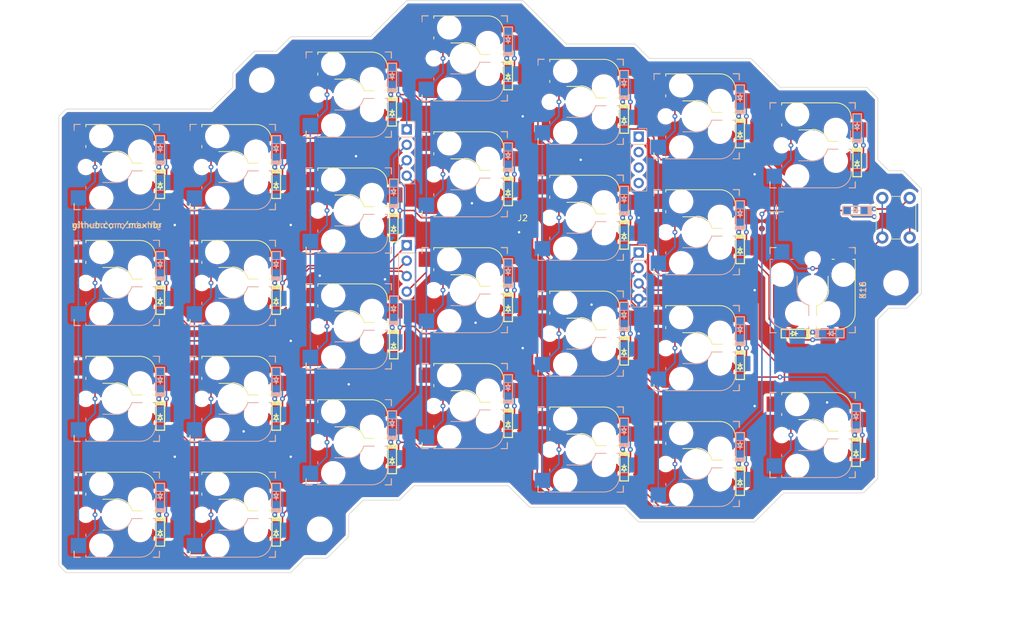
<source format=kicad_pcb>
(kicad_pcb (version 20211014) (generator pcbnew)
  (layers (0 "F.Cu" signal) (31 "B.Cu" signal) (34 "B.Paste" user) (35 "F.Paste" user) (36 "B.SilkS" user "B.Silkscreen") (37 "F.SilkS" user "F.Silkscreen") (38 "B.Mask" user) (39 "F.Mask" user) (44 "Edge.Cuts" user))
  (net 0 "")
  (net 2 "Net-(D0-Pad1)")
  (net 3 "Net-(D1-Pad1)")
  (net 4 "Net-(D2-Pad1)")
  (net 5 "Net-(D3-Pad1)")
  (net 6 "Net-(D4-Pad1)")
  (net 7 "Net-(D5-Pad1)")
  (net 8 "Net-(D6-Pad1)")
  (net 9 "Net-(D31-Pad1)")
  (net 10 "Net-(D10-Pad1)")
  (net 11 "Net-(D11-Pad1)")
  (net 12 "Net-(D12-Pad1)")
  (net 13 "Net-(D13-Pad1)")
  (net 14 "Net-(D14-Pad1)")
  (net 15 "Net-(D15-Pad1)")
  (net 16 "Net-(D16-Pad1)")
  (net 17 "Net-(D20-Pad1)")
  (net 18 "Net-(D21-Pad1)")
  (net 19 "Net-(D22-Pad1)")
  (net 20 "Net-(D23-Pad1)")
  (net 21 "Net-(D24-Pad1)")
  (net 22 "Net-(D25-Pad1)")
  (net 23 "Net-(D30-Pad1)")
  (net 24 "Net-(D32-Pad1)")
  (net 25 "Net-(D33-Pad1)")
  (net 26 "Net-(D34-Pad1)")
  (net 27 "Net-(D35-Pad1)")
  (net 28 "Net-(D26-Pad1)")
  (net 29 "Net-(D36-Pad1)")
  (net 30 "row0b")
  (net 31 "row1b")
  (net 32 "row2b")
  (net 33 "row3b")
  (net 34 "col6b")
  (net 35 "col5b")
  (net 36 "col4b")
  (net 37 "col3b")
  (net 38 "col0b")
  (net 39 "col2b")
  (net 40 "col1b")
  (net 41 "GND")
  (footprint "mykeeb:Kailh_socket_MX_reversible_1u" (layer "F.Cu") (at 141.684375 91.678125)
    (fp_text reference "K26" hide)
    (fp_text value "KEYSW")
  )
  (footprint "mykeeb:my_dual_D_SOD123F_v2" (layer "F.Cu") (at 91.678125 86.915625 -90)
    (fp_text reference "D33" hide)
    (fp_text value "DIODE" hide)
  )
  (footprint "mykeeb:Kailh_socket_MX_reversible_1u" (layer "F.Cu") (at 103.584375 55.959375)
    (fp_text reference "K14" hide)
    (fp_text value "KEYSW")
  )
  (footprint "mykeeb:Kailh_socket_MX_reversible_1u" (layer "F.Cu") (at 65.484375 54.76875)
    (fp_text reference "K12" hide)
    (fp_text value "KEYSW")
  )
  (footprint "mykeeb:my_dual_D_SOD123F_v2" (layer "F.Cu") (at 72.628125 92.86875 -90)
    (fp_text reference "D32" hide)
    (fp_text value "DIODE" hide)
  )
  (footprint "mykeeb:Kailh_socket_MX_reversible_1u" (layer "F.Cu") (at 65.484375 73.81875)
    (fp_text reference "K22" hide)
    (fp_text value "KEYSW")
  )
  (footprint "Fiducial:Fiducial_1mm_Mask2mm" (layer "F.Cu") (at 133.350009 57.74532)
    (fp_text reference "FID2" hide)
    (fp_text value "Fiducial")
  )
  (footprint "mykeeb:my_dual_D_SOD123F_v2" (layer "F.Cu") (at 34.528125 66.675 -90)
    (fp_text reference "D10" hide)
    (fp_text value "DIODE" hide)
  )
  (footprint "mykeeb:my_dual_D_SOD123F_v2" (layer "F.Cu") (at 72.628125 35.71875 -90)
    (fp_text reference "D2" hide)
    (fp_text value "DIODE" hide)
  )
  (footprint "mykeeb:Kailh_socket_MX_reversible_1u" (layer "F.Cu") (at 27.384375 104.775)
    (fp_text reference "K30" hide)
    (fp_text value "KEYSW")
  )
  (footprint "mykeeb:my_dual_D_SOD123F_v2" (layer "F.Cu") (at 110.728125 55.959375 -90)
    (fp_text reference "D14" hide)
    (fp_text value "DIODE" hide)
  )
  (footprint "mykeeb:my_dual_D_SOD123F_v2" (layer "F.Cu") (at 129.778125 39.290625 -90)
    (fp_text reference "D5" hide)
    (fp_text value "DIODE" hide)
  )
  (footprint "mykeeb:my_dual_D_SOD123F_v2" (layer "F.Cu") (at 129.778125 58.340625 -90)
    (fp_text reference "D15" hide)
    (fp_text value "DIODE" hide)
  )
  (footprint "Fiducial:Fiducial_1mm_Mask2mm" (layer "F.Cu") (at 84.534375 39.290625)
    (fp_text reference "FID3" hide)
    (fp_text value "Fiducial")
  )
  (footprint "mykeeb:my_dual_D_SOD123F_v2b" (layer "F.Cu") (at 151.804712 54.768755 180)
    (fp_text reference "D36" hide)
    (fp_text value "DIODE" hide)
  )
  (footprint "mykeeb:my_dual_D_SOD123F_v2" (layer "F.Cu") (at 53.578125 66.675 -90)
    (fp_text reference "D11" hide)
    (fp_text value "DIODE" hide)
  )
  (footprint "mykeeb:Kailh_socket_MX_reversible_1u" (layer "F.Cu") (at 46.434375 104.775)
    (fp_text reference "K31" hide)
    (fp_text value "KEYSW")
  )
  (footprint "mykeeb:my_dual_D_SOD123F_v2" (layer "F.Cu") (at 141.684375 75.009375 180)
    (fp_text reference "D16" hide)
    (fp_text value "DIODE" hide)
  )
  (footprint "mykeeb:Kailh_socket_MX_reversible_1u" (layer "F.Cu") (at 27.384375 85.725)
    (fp_text reference "K20" hide)
    (fp_text value "KEYSW")
  )
  (footprint "mykeeb:my_dual_D_SOD123F_v2" (layer "F.Cu") (at 34.528125 104.775 -90)
    (fp_text reference "D30" hide)
    (fp_text value "DIODE" hide)
  )
  (footprint "mykeeb:my_dual_D_SOD123F_v2" (layer "F.Cu") (at 129.778125 77.390625 -90)
    (fp_text reference "D25" hide)
    (fp_text value "DIODE" hide)
  )
  (footprint "mykeeb:my_dual_D_SOD123F_v2" (layer "F.Cu") (at 34.528125 47.625 -90)
    (fp_text reference "D0" hide)
    (fp_text value "DIODE" hide)
  )
  (footprint "Button_Switch_THT:SW_PUSH_6mm_H7.3mm" (layer "F.Cu") (at 157.62659 52.709381 -90)
    (fp_text reference "SW36" hide)
    (fp_text value "SW_Push")
  )
  (footprint "mykeeb:my_dual_D_SOD123F_v2" (layer "F.Cu") (at 110.728125 36.909375 -90)
    (fp_text reference "D4" hide)
    (fp_text value "DIODE" hide)
  )
  (footprint "mykeeb:Kailh_socket_MX_reversible_1u" (layer "F.Cu") (at 46.434375 66.675)
    (fp_text reference "K11" hide)
    (fp_text value "KEYSW")
  )
  (footprint "mykeeb:Kailh_socket_MX_reversible_1u" (layer "F.Cu") (at 103.584375 36.909375)
    (fp_text reference "K4" hide)
    (fp_text value "KEYSW")
  )
  (footprint "mykeeb:my_dual_D_SOD123F_v2" (layer "F.Cu") (at 53.578125 104.775 -90)
    (fp_text reference "D31" hide)
    (fp_text value "DIODE" hide)
  )
  (footprint "mykeeb:Kailh_socket_MX_reversible_1u" (layer "F.Cu") (at 27.384375 66.675)
    (fp_text reference "K10" hide)
    (fp_text value "KEYSW")
  )
  (footprint "mykeeb:my_dual_D_SOD123F_v2" (layer "F.Cu") (at 91.678125 29.765625 -90)
    (fp_text reference "D3" hide)
    (fp_text value "DIODE" hide)
  )
  (footprint "mykeeb:my_dual_D_SOD123F_v2" (layer "F.Cu") (at 91.678125 48.815625 -90)
    (fp_text reference "D13" hide)
    (fp_text value "DIODE" hide)
  )
  (footprint "mykeeb:my_dual_D_SOD123F_v2" (layer "F.Cu") (at 34.528125 85.725 -90)
    (fp_text reference "D20" hide)
    (fp_text value "DIODE" hide)
  )
  (footprint "mykeeb:Kailh_socket_MX_reversible_1u" (layer "F.Cu") (at 84.534375 29.765625)
    (fp_text reference "K3" hide)
    (fp_text value "KEYSW")
  )
  (footprint "mykeeb:my_dual_D_SOD123F_v2" (layer "F.Cu") (at 91.678125 67.865625 -90)
    (fp_text reference "D23" hide)
    (fp_text value "DIODE" hide)
  )
  (footprint "mykeeb:Kailh_socket_MX_reversible_1.5u" (layer "F.Cu") (at 141.684375 67.865625 -90)
    (fp_text reference "K16")
    (fp_text value "KEYSW")
  )
  (footprint "mykeeb:Kailh_socket_MX_reversible_1u" (layer "F.Cu") (at 122.634375 96.440625)
    (fp_text reference "K35" hide)
    (fp_text value "KEYSW")
  )
  (footprint "mykeeb:Kailh_socket_MX_reversible_1u" (layer "F.Cu") (at 65.484375 35.71875)
    (fp_text reference "K2" hide)
    (fp_text value "KEYSW")
  )
  (footprint "mykeeb:Kailh_socket_MX_reversible_1u" (layer "F.Cu") (at 65.484375 92.86875)
    (fp_text reference "K32" hide)
    (fp_text value "KEYSW")
  )
  (footprint "mykeeb:Kailh_socket_MX_reversible_1u" (layer "F.Cu") (at 122.634375 39.290625)
    (fp_text reference "K5" hide)
    (fp_text value "KEYSW")
  )
  (footprint "mykeeb:Kailh_socket_MX_reversible_1u" (layer "F.Cu") (at 141.684375 44.053125)
    (fp_text reference "K6" hide)
    (fp_text value "KEYSW")
  )
  (footprint "mykeeb:Kailh_socket_MX_reversible_1u" (layer "F.Cu") (at 84.534375 48.815625)
    (fp_text reference "K13" hide)
    (fp_text value "KEYSW")
  )
  (footprint "mykeeb:Kailh_socket_MX_reversible_1u" (layer "F.Cu") (at 46.434375 47.625)
    (fp_text reference "K1" hide)
    (fp_text value "KEYSW")
  )
  (footprint "mykeeb:my_dual_D_SOD123F_v2" (layer "F.Cu") (at 53.578125 85.725 -90)
    (fp_text reference "D21" hide)
    (fp_text value "DIODE" hide)
  )
  (footprint "mykeeb:Kailh_socket_MX_reversible_1u" (layer "F.Cu") (at 122.634375 77.390625)
    (fp_text reference "K25" hide)
    (fp_text value "KEYSW")
  )
  (footprint "Fiducial:Fiducial_1mm_Mask2mm" (layer "F.Cu") (at 46.434375 95.25)
    (fp_text reference "FID1" hide)
    (fp_text value "Fiducial")
  )
  (footprint "mykeeb:adapterBoard" (layer "F.Cu") (at 94.059454 58.340674)
    (fp_text reference "J2")
    (fp_text value "Conn_01x16_Male")
  )
  (footprint "mykeeb:my_dual_D_SOD123F_v2" (layer "F.Cu") (at 53.578125 47.625 -90)
    (fp_text reference "D1" hide)
    (fp_text value "DIODE" hide)
  )
  (footprint "mykeeb:Kailh_socket_MX_reversible_1u" (layer "F.Cu") (at 84.534375 86.915625)
    (fp_text reference "K33" hide)
    (fp_text value "KEYSW")
  )
  (footprint "mykeeb:my_dual_D_SOD123F_v2" (layer "F.Cu") (at 110.728125 75.009375 -90)
    (fp_text reference "D24" hide)
    (fp_text value "DIODE" hide)
  )
  (footprint "mykeeb:my_dual_D_SOD123F_v2" (layer "F.Cu") (at 148.828125 91.678125 -90)
    (fp_text reference "D26" hide)
    (fp_text value "DIODE" hide)
  )
  (footprint "mykeeb:my_dual_D_SOD123F_v2" (layer "F.Cu") (at 129.778125 96.440625 -90)
    (fp_text reference "D35" hide)
    (fp_text value "DIODE" hide)
  )
  (footprint "mykeeb:Kailh_socket_MX_reversible_1u" (layer "F.Cu") (at 46.434375 85.725)
    (fp_text reference "K21" hide)
    (fp_text value "KEYSW")
  )
  (footprint "mykeeb:my_dual_D_SOD123F_v2" (layer "F.Cu") (at 72.882125 54.76875 -90)
    (fp_text reference "D12" hide)
    (fp_text value "DIODE" hide)
  )
  (footprint "mykeeb:MountingHole_3.2mm_M3" (layer "F.Cu") (at 51.196875 33.3375)
    (fp_text reference "H1" hide)
    (fp_text value "MountingHole")
  )
  (footprint "mykeeb:Kailh_socket_MX_reversible_1u" (layer "F.Cu") (at 27.384375 47.625)
    (fp_text reference "K0" hide)
    (fp_text value "KEYSW")
  )
  (footprint "mykeeb:Kailh_socket_MX_reversible_1u" (layer "F.Cu") (at 103.584375 94.059375)
    (fp_text reference "K34" hide)
    (fp_text value "KEYSW")
  )
  (footprint "mykeeb:my_dual_D_SOD123F_v2" (layer "F.Cu") (at 110.728125 94.059375 -90)
    (fp_text reference "D34" hide)
    (fp_text value "DIODE" hide)
  )
  (footprint "mykeeb:MountingHole_3.2mm_M3" (layer "F.Cu") (at 155.37659 66.675056)
    (fp_text reference "H3" hide)
    (fp_text value "MountingHole")
  )
  (footprint "mykeeb:my_dual_D_SOD123F_v2" (layer "F.Cu") (at 72.882125 73.993375 -90)
    (fp_text reference "D22" hide)
    (fp_text value "DIODE" hide)
  )
  (footprint "mykeeb:Kailh_socket_MX_reversible_1u" (layer "F.Cu") (at 103.584375 75.009375)
    (fp_text reference "K24" hide)
    (fp_text value "KEYSW")
  )
  (footprint "mykeeb:Kailh_socket_MX_reversible_1u" (layer "F.Cu") (at 84.534375 67.865625)
    (fp_text reference "K23" hide)
    (fp_text value "KEYSW")
  )
  (footprint "mykeeb:MountingHole_3.2mm_M3" (layer "F.Cu") (at 60.721875 107.15625)
    (fp_text reference "H2" hide)
    (fp_text value "MountingHole")
  )
  (footprint "mykeeb:my_dual_D_SOD123F_v2" (layer "F.Cu") (at 149.00275 44.053125 -90)
    (fp_text reference "D6" hide)
    (fp_text value "DIODE" hide)
  )
  (footprint "mykeeb:Kailh_socket_MX_reversible_1u" (layer "F.Cu") (at 122.634375 58.340625)
    (fp_text reference "K15" hide)
    (fp_text value "KEYSW")
  )
  (gr_poly (pts (xy 101.203107 27.384357) (xy 112.514157 27.384398) (xy 114.895409 29.76565) (xy 131.564173 29.76565) (xy 136.326677 34.528113) (xy 150.614189 34.528154) (xy 152.400128 36.314093) (xy 152.400128 46.434414) (xy 154.186067 48.220353) (xy 156.567319 48.220353) (xy 159.543781 51.196918) (xy 159.543884 68.460995) (xy 157.162632 70.842247) (xy 154.185964 70.842247) (xy 152.400025 72.628186) (xy 152.400025 98.821917) (xy 150.018773 101.203169) (xy 136.921887 101.203169) (xy 132.159383 105.965673) (xy 113.109367 105.965673) (xy 110.728115 103.584421) (xy 95.249977 103.584421) (xy 91.678099 100.012543) (xy 76.199961 100.012543) (xy 73.818709 102.393795) (xy 67.865579 102.393795) (xy 65.484327 104.775047) (xy 65.484327 108.346925) (xy 61.912449 111.918803) (xy 58.340571 111.918803) (xy 55.959319 114.300055) (xy 19.049913 114.300055) (xy 17.859287 113.109429) (xy 17.859287 39.290617) (xy 19.049913 38.099991) (xy 42.862433 38.099991) (xy 46.434311 34.528113) (xy 46.434311 32.146861) (xy 50.006189 28.574983) (xy 53.578067 28.574983) (xy 55.959319 26.193731) (xy 69.056205 26.193731) (xy 75.009335 20.240601) (xy 94.059351 20.240601)) (layer "Edge.Cuts") (width 0.1) (fill none))
  (gr_text "github.com/maxhbr" (at 27.384398 57.150048) (layer "B.SilkS") (effects (font (size 1 1)) (justify mirror)))
  (gr_text "+" (at 135.731364 54.768796) (layer "B.SilkS") (effects (font (size 3 3)) (justify mirror)))
  (gr_text "github.com/maxhbr" (at 27.384398 57.150048) (layer "F.SilkS") (effects (font (size 1 1))))
  (gr_text "+" (at 135.731364 54.768796) (layer "F.SilkS") (effects (font (size 3 3))))
  (segment locked (start 34.944375 45.085) (end 34.944375 46.95475) (width 0.25) (layer "F.Cu") (net 2))
  (segment locked (start 34.944375 46.95475) (end 34.274125 47.625) (width 0.25) (layer "F.Cu") (net 2))
  (segment locked (start 34.944375 50.165) (end 34.944375 48.29525) (width 0.25) (layer "B.Cu") (net 2))
  (segment locked (start 34.944375 48.29525) (end 34.274125 47.625) (width 0.25) (layer "B.Cu") (net 2))
  (segment locked (start 53.994375 45.085) (end 53.994375 46.95475) (width 0.25) (layer "F.Cu") (net 3))
  (segment locked (start 53.994375 46.95475) (end 53.324125 47.625) (width 0.25) (layer "F.Cu") (net 3))
  (segment locked (start 53.994375 50.165) (end 53.994375 48.29525) (width 0.25) (layer "B.Cu") (net 3))
  (segment locked (start 53.994375 48.29525) (end 53.324125 47.625) (width 0.25) (layer "B.Cu") (net 3))
  (segment locked (start 73.044375 33.17875) (end 73.044375 35.0485) (width 0.25) (layer "F.Cu") (net 4))
  (segment locked (start 73.044375 35.0485) (end 72.374125 35.71875) (width 0.25) (layer "F.Cu") (net 4))
  (segment locked (start 73.044375 38.25875) (end 73.044375 36.389) (width 0.25) (layer "B.Cu") (net 4))
  (segment locked (start 73.044375 36.389) (end 72.374125 35.71875) (width 0.25) (layer "B.Cu") (net 4))
  (segment locked (start 92.094375 29.095375) (end 91.424125 29.765625) (width 0.25) (layer "F.Cu") (net 5))
  (segment locked (start 92.094375 27.225625) (end 92.094375 29.095375) (width 0.25) (layer "F.Cu") (net 5))
  (segment locked (start 92.094375 32.305625) (end 92.094375 30.435875) (width 0.25) (layer "B.Cu") (net 5))
  (segment locked (start 92.094375 30.435875) (end 91.424125 29.765625) (width 0.25) (layer "B.Cu") (net 5))
  (segment locked (start 111.144375 34.369375) (end 111.144375 36.239125) (width 0.25) (layer "F.Cu") (net 6))
  (segment locked (start 111.144375 36.239125) (end 110.474125 36.909375) (width 0.25) (layer "F.Cu") (net 6))
  (segment locked (start 111.144375 39.449375) (end 111.144375 37.579625) (width 0.25) (layer "B.Cu") (net 6))
  (segment locked (start 111.144375 37.579625) (end 110.474125 36.909375) (width 0.25) (layer "B.Cu") (net 6))
  (segment locked (start 130.194375 36.750625) (end 130.194375 38.620375) (width 0.25) (layer "F.Cu") (net 7))
  (segment locked (start 130.194375 38.620375) (end 129.524125 39.290625) (width 0.25) (layer "F.Cu") (net 7))
  (segment locked (start 130.194375 41.830625) (end 130.194375 39.960875) (width 0.25) (layer "B.Cu") (net 7))
  (segment locked (start 130.194375 39.960875) (end 129.524125 39.290625) (width 0.25) (layer "B.Cu") (net 7))
  (segment locked (start 149.244375 43.382875) (end 148.574125 44.053125) (width 0.25) (layer "F.Cu") (net 8))
  (segment locked (start 149.244375 41.513125) (end 149.244375 43.382875) (width 0.25) (layer "F.Cu") (net 8))
  (segment locked (start 149.244375 44.723375) (end 148.574125 44.053125) (width 0.25) (layer "B.Cu") (net 8))
  (segment locked (start 149.244375 46.593125) (end 149.244375 44.723375) (width 0.25) (layer "B.Cu") (net 8))
  (segment locked (start 53.994375 104.10475) (end 53.324125 104.775) (width 0.25) (layer "F.Cu") (net 9))
  (segment locked (start 53.994375 102.235) (end 53.994375 104.10475) (width 0.25) (layer "F.Cu") (net 9))
  (segment locked (start 53.994375 107.315) (end 53.994375 105.44525) (width 0.25) (layer "B.Cu") (net 9))
  (segment locked (start 53.994375 105.44525) (end 53.324125 104.775) (width 0.25) (layer "B.Cu") (net 9))
  (segment locked (start 34.944375 64.135) (end 34.944375 66.00475) (width 0.25) (layer "F.Cu") (net 10))
  (segment locked (start 34.944375 66.00475) (end 34.274125 66.675) (width 0.25) (layer "F.Cu") (net 10))
  (segment locked (start 34.944375 69.215) (end 34.944375 67.34525) (width 0.25) (layer "B.Cu") (net 10))
  (segment locked (start 34.944375 67.34525) (end 34.274125 66.675) (width 0.25) (layer "B.Cu") (net 10))
  (segment locked (start 53.994375 66.00475) (end 53.324125 66.675) (width 0.25) (layer "F.Cu") (net 11))
  (segment locked (start 53.994375 64.135) (end 53.994375 66.00475) (width 0.25) (layer "F.Cu") (net 11))
  (segment locked (start 53.994375 69.215) (end 53.994375 67.34525) (width 0.25) (layer "B.Cu") (net 11))
  (segment locked (start 53.994375 67.34525) (end 53.324125 66.675) (width 0.25) (layer "B.Cu") (net 11))
  (segment locked (start 73.044375 52.22875) (end 73.044375 54.0985) (width 0.25) (layer "F.Cu") (net 12))
  (segment locked (start 73.044375 54.0985) (end 72.374125 54.76875) (width 0.25) (layer "F.Cu") (net 12))
  (segment locked (start 73.044375 55.439) (end 72.374125 54.76875) (width 0.25) (layer "B.Cu") (net 12))
  (segment locked (start 73.044375 57.30875) (end 73.044375 55.439) (width 0.25) (layer "B.Cu") (net 12))
  (segment locked (start 92.094375 46.275625) (end 92.094375 48.145375) (width 0.25) (layer "F.Cu") (net 13))
  (segment locked (start 92.094375 48.145375) (end 91.424125 48.815625) (width 0.25) (layer "F.Cu") (net 13))
  (segment locked (start 92.094375 51.355625) (end 92.094375 49.485875) (width 0.25) (layer "B.Cu") (net 13))
  (segment locked (start 92.094375 49.485875) (end 91.424125 48.815625) (width 0.25) (layer "B.Cu") (net 13))
  (segment locked (start 111.144375 55.289125) (end 110.474125 55.959375) (width 0.25) (layer "F.Cu") (net 14))
  (segment locked (start 111.144375 53.419375) (end 111.144375 55.289125) (width 0.25) (layer "F.Cu") (net 14))
  (segment locked (start 111.144375 56.629625) (end 110.474125 55.959375) (width 0.25) (layer "B.Cu") (net 14))
  (segment locked (start 111.144375 58.499375) (end 111.144375 56.629625) (width 0.25) (layer "B.Cu") (net 14))
  (segment locked (start 130.194375 57.670375) (end 129.524125 58.340625) (width 0.25) (layer "F.Cu") (net 15))
  (segment locked (start 130.194375 55.800625) (end 130.194375 57.670375) (width 0.25) (layer "F.Cu") (net 15))
  (segment locked (start 130.194375 60.880625) (end 130.194375 59.010875) (width 0.25) (layer "B.Cu") (net 15))
  (segment locked (start 130.194375 59.010875) (end 129.524125 58.340625) (width 0.25) (layer "B.Cu") (net 15))
  (segment locked (start 144.224375 75.425625) (end 142.354625 75.425625) (width 0.25) (layer "F.Cu") (net 16))
  (segment locked (start 142.354625 75.425625) (end 141.684375 74.755375) (width 0.25) (layer "F.Cu") (net 16))
  (segment locked (start 141.014125 75.425625) (end 141.684375 74.755375) (width 0.25) (layer "B.Cu") (net 16))
  (segment locked (start 139.144375 75.425625) (end 141.014125 75.425625) (width 0.25) (layer "B.Cu") (net 16))
  (segment locked (start 34.944375 83.185) (end 34.944375 85.05475) (width 0.25) (layer "F.Cu") (net 17))
  (segment locked (start 34.944375 85.05475) (end 34.274125 85.725) (width 0.25) (layer "F.Cu") (net 17))
  (segment locked (start 34.944375 88.265) (end 34.944375 86.39525) (width 0.25) (layer "B.Cu") (net 17))
  (segment locked (start 34.944375 86.39525) (end 34.274125 85.725) (width 0.25) (layer "B.Cu") (net 17))
  (segment locked (start 53.994375 83.185) (end 53.994375 85.05475) (width 0.25) (layer "F.Cu") (net 18))
  (segment locked (start 53.994375 85.05475) (end 53.324125 85.725) (width 0.25) (layer "F.Cu") (net 18))
  (segment locked (start 53.994375 86.39525) (end 53.324125 85.725) (width 0.25) (layer "B.Cu") (net 18))
  (segment locked (start 53.994375 88.265) (end 53.994375 86.39525) (width 0.25) (layer "B.Cu") (net 18))
  (segment locked (start 73.044375 71.27875) (end 73.044375 73.1485) (width 0.25) (layer "F.Cu") (net 19))
  (segment locked (start 73.044375 73.1485) (end 72.374125 73.81875) (width 0.25) (layer "F.Cu") (net 19))
  (segment locked (start 73.044375 76.35875) (end 73.044375 74.489) (width 0.25) (layer "B.Cu") (net 19))
  (segment locked (start 73.044375 74.489) (end 72.374125 73.81875) (width 0.25) (layer "B.Cu") (net 19))
  (segment locked (start 92.094375 65.325625) (end 92.094375 67.195375) (width 0.25) (layer "F.Cu") (net 20))
  (segment locked (start 92.094375 67.195375) (end 91.424125 67.865625) (width 0.25) (layer "F.Cu") (net 20))
  (segment locked (start 92.094375 70.405625) (end 92.094375 68.535875) (width 0.25) (layer "B.Cu") (net 20))
  (segment locked (start 92.094375 68.535875) (end 91.424125 67.865625) (width 0.25) (layer "B.Cu") (net 20))
  (segment locked (start 111.144375 72.469375) (end 111.144375 74.339125) (width 0.25) (layer "F.Cu") (net 21))
  (segment locked (start 111.144375 74.339125) (end 110.474125 75.009375) (width 0.25) (layer "F.Cu") (net 21))
  (segment locked (start 111.144375 77.549375) (end 111.144375 75.679625) (width 0.25) (layer "B.Cu") (net 21))
  (segment locked (start 111.144375 75.679625) (end 110.474125 75.009375) (width 0.25) (layer "B.Cu") (net 21))
  (segment locked (start 130.194375 74.850625) (end 130.194375 76.720375) (width 0.25) (layer "F.Cu") (net 22))
  (segment locked (start 130.194375 76.720375) (end 129.524125 77.390625) (width 0.25) (layer "F.Cu") (net 22))
  (segment locked (start 130.194375 79.930625) (end 130.194375 78.060875) (width 0.25) (layer "B.Cu") (net 22))
  (segment locked (start 130.194375 78.060875) (end 129.524125 77.390625) (width 0.25) (layer "B.Cu") (net 22))
  (segment locked (start 34.944375 104.10475) (end 34.274125 104.775) (width 0.25) (layer "F.Cu") (net 23))
  (segment locked (start 34.944375 102.235) (end 34.944375 104.10475) (width 0.25) (layer "F.Cu") (net 23))
  (segment locked (start 34.944375 105.44525) (end 34.274125 104.775) (width 0.25) (layer "B.Cu") (net 23))
  (segment locked (start 34.944375 107.315) (end 34.944375 105.44525) (width 0.25) (layer "B.Cu") (net 23))
  (segment locked (start 73.044375 92.1985) (end 72.374125 92.86875) (width 0.25) (layer "F.Cu") (net 24))
  (segment locked (start 73.044375 90.32875) (end 73.044375 92.1985) (width 0.25) (layer "F.Cu") (net 24))
  (segment locked (start 73.044375 95.40875) (end 73.044375 93.539) (width 0.25) (layer "B.Cu") (net 24))
  (segment locked (start 73.044375 93.539) (end 72.374125 92.86875) (width 0.25) (layer "B.Cu") (net 24))
  (segment locked (start 92.094375 84.375625) (end 92.094375 86.245375) (width 0.25) (layer "F.Cu") (net 25))
  (segment locked (start 92.094375 86.245375) (end 91.424125 86.915625) (width 0.25) (layer "F.Cu") (net 25))
  (segment locked (start 92.094375 87.585875) (end 91.424125 86.915625) (width 0.25) (layer "B.Cu") (net 25))
  (segment locked (start 92.094375 89.455625) (end 92.094375 87.585875) (width 0.25) (layer "B.Cu") (net 25))
  (segment locked (start 111.144375 93.389125) (end 110.474125 94.059375) (width 0.25) (layer "F.Cu") (net 26))
  (segment locked (start 111.144375 91.519375) (end 111.144375 93.389125) (width 0.25) (layer "F.Cu") (net 26))
  (segment locked (start 111.144375 96.599375) (end 111.144375 94.729625) (width 0.25) (layer "B.Cu") (net 26))
  (segment locked (start 111.144375 94.729625) (end 110.474125 94.059375) (width 0.25) (layer "B.Cu") (net 26))
  (segment locked (start 130.194375 95.770375) (end 129.524125 96.440625) (width 0.25) (layer "F.Cu") (net 27))
  (segment locked (start 130.194375 93.900625) (end 130.194375 95.770375) (width 0.25) (layer "F.Cu") (net 27))
  (segment locked (start 130.194375 97.110875) (end 129.524125 96.440625) (width 0.25) (layer "B.Cu") (net 27))
  (segment locked (start 130.194375 98.980625) (end 130.194375 97.110875) (width 0.25) (layer "B.Cu") (net 27))
  (segment locked (start 149.244375 89.138125) (end 149.244375 91.007875) (width 0.25) (layer "F.Cu") (net 28))
  (segment locked (start 149.244375 91.007875) (end 148.574125 91.678125) (width 0.25) (layer "F.Cu") (net 28))
  (segment locked (start 149.244375 94.218125) (end 149.244375 92.348375) (width 0.25) (layer "B.Cu") (net 28))
  (segment locked (start 149.244375 92.348375) (end 148.574125 91.678125) (width 0.25) (layer "B.Cu") (net 28))
  (segment locked (start 151.804712 54.514755) (end 155.717903 54.514755) (width 0.25) (layer "F.Cu") (net 29))
  (segment locked (start 151.804712 54.514755) (end 155.821216 54.514755) (width 0.25) (layer "F.Cu") (net 29))
  (segment locked (start 157.62659 56.423442) (end 157.62659 59.209381) (width 0.25) (layer "F.Cu") (net 29))
  (segment locked (start 155.717903 54.514755) (end 157.62659 56.423442) (width 0.25) (layer "F.Cu") (net 29))
  (segment locked (start 155.821216 54.514755) (end 157.62659 52.709381) (width 0.25) (layer "F.Cu") (net 29))
  (segment locked (start 130.794125 43.752625) (end 138.238375 51.196875) (width 0.25) (layer "F.Cu") (net 30))
  (segment locked (start 72.754 40.48125) (end 72.754 40.18075) (width 0.25) (layer "F.Cu") (net 30))
  (segment locked (start 73.77 35.71875) (end 76.325875 35.71875) (width 0.25) (layer "F.Cu") (net 30))
  (segment locked (start 92.694125 34.227625) (end 96.5665 38.1) (width 0.25) (layer "F.Cu") (net 30))
  (segment locked (start 39.4165 54.76875) (end 51.02225 54.76875) (width 0.25) (layer "F.Cu") (net 30))
  (segment locked (start 111.744125 41.371375) (end 114.195391 41.371375) (width 0.25) (layer "F.Cu") (net 30))
  (segment locked (start 36.73475 52.087) (end 39.4165 54.76875) (width 0.25) (layer "F.Cu") (net 30))
  (segment locked (start 110.854 41.371375) (end 111.744125 41.371375) (width 0.25) (layer "F.Cu") (net 30))
  (segment locked (start 115.6165 45.24375) (end 116.807125 46.434375) (width 0.25) (layer "F.Cu") (net 30))
  (segment locked (start 114.195391 41.371375) (end 115.6165 42.792484) (width 0.25) (layer "F.Cu") (net 30))
  (segment locked (start 77.5165 36.909375) (end 89.12225 36.909375) (width 0.25) (layer "F.Cu") (net 30))
  (segment locked (start 125.1415 46.434375) (end 126.332125 46.434375) (width 0.25) (layer "F.Cu") (net 30))
  (segment locked (start 116.807125 46.434375) (end 125.1415 46.434375) (width 0.25) (layer "F.Cu") (net 30))
  (segment locked (start 96.5665 38.1) (end 96.5665 41.671875) (width 0.25) (layer "F.Cu") (net 30))
  (segment locked (start 56.08525 45.24375) (end 58.4665 42.8625) (width 0.25) (layer "F.Cu") (net 30))
  (segment locked (start 51.02225 54.76875) (end 53.704 52.087) (width 0.25) (layer "F.Cu") (net 30))
  (segment locked (start 34.654 52.087) (end 36.73475 52.087) (width 0.25) (layer "F.Cu") (net 30))
  (segment locked (start 96.5665 41.671875) (end 98.94775 44.053125) (width 0.25) (layer "F.Cu") (net 30))
  (segment locked (start 146.446875 51.196875) (end 149.128625 48.515125) (width 0.25) (layer "F.Cu") (net 30))
  (segment locked (start 54.72 47.625) (end 56.08525 46.25975) (width 0.25) (layer "F.Cu") (net 30))
  (segment locked (start 98.94775 44.053125) (end 108.17225 44.053125) (width 0.25) (layer "F.Cu") (net 30))
  (segment locked (start 115.6165 42.792484) (end 115.6165 45.24375) (width 0.25) (layer "F.Cu") (net 30))
  (segment locked (start 127.52275 46.434375) (end 129.904 44.053125) (width 0.25) (layer "F.Cu") (net 30))
  (segment locked (start 76.325875 35.71875) (end 77.5165 36.909375) (width 0.25) (layer "F.Cu") (net 30))
  (segment locked (start 91.804 34.227625) (end 92.694125 34.227625) (width 0.25) (layer "F.Cu") (net 30))
  (segment locked (start 126.332125 46.434375) (end 127.52275 46.434375) (width 0.25) (layer "F.Cu") (net 30))
  (segment locked (start 89.12225 36.909375) (end 91.804 34.227625) (width 0.25) (layer "F.Cu") (net 30))
  (segment locked (start 149.12296 48.515125) (end 149.00275 48.515125) (width 0.25) (layer "F.Cu") (net 30))
  (segment locked (start 138.238375 51.196875) (end 146.446875 51.196875) (width 0.25) (layer "F.Cu") (net 30))
  (segment locked (start 58.4665 42.8625) (end 70.37275 42.8625) (width 0.25) (layer "F.Cu") (net 30))
  (segment locked (start 56.08525 46.25975) (end 56.08525 45.24375) (width 0.25) (layer "F.Cu") (net 30))
  (segment locked (start 129.904 43.752625) (end 130.794125 43.752625) (width 0.25) (layer "F.Cu") (net 30))
  (segment locked (start 108.17225 44.053125) (end 110.854 41.371375) (width 0.25) (layer "F.Cu") (net 30))
  (segment locked (start 70.37275 42.8625) (end 72.754 40.48125) (width 0.25) (layer "F.Cu") (net 30))
  (segment locked (start 73.644125 35.71875) (end 75.009335 37.08396) (width 0.25) (layer "B.Cu") (net 30))
  (segment locked (start 75.009335 37.08396) (end 75.009335 41.443747) (width 0.25) (layer "B.Cu") (net 30))
  (segment locked (start 72.628125 59.53125) (end 72.628125 59.23075) (width 0.25) (layer "F.Cu") (net 31))
  (segment locked (start 126.20625 65.484375) (end 127.396875 65.484375) (width 0.25) (layer "F.Cu") (net 31))
  (segment locked (start 116.68125 65.484375) (end 125.015625 65.484375) (width 0.25) (layer "F.Cu") (net 31))
  (segment locked (start 96.440625 57.15) (end 96.440625 60.721875) (width 0.25) (layer "F.Cu") (net 31))
  (segment locked (start 108.046375 63.103125) (end 110.728125 60.421375) (width 0.25) (layer "F.Cu") (net 31))
  (segment locked (start 34.528125 71.137) (end 36.608875 71.137) (width 0.25) (layer "F.Cu") (net 31))
  (segment locked (start 70.246875 61.9125) (end 72.628125 59.53125) (width 0.25) (layer "F.Cu") (net 31))
  (segment locked (start 115.490625 64.29375) (end 116.68125 65.484375) (width 0.25) (layer "F.Cu") (net 31))
  (segment locked (start 127.396875 65.484375) (end 129.778125 63.103125) (width 0.25) (layer "F.Cu") (net 31))
  (segment locked (start 58.340625 61.9125) (end 70.246875 61.9125) (width 0.25) (layer "F.Cu") (net 31))
  (segment locked (start 39.290625 73.81875) (end 50.896375 73.81875) (width 0.25) (layer "F.Cu") (net 31))
  (segment locked (start 54.594125 66.675) (end 55.959375 65.30975) (width 0.25) (layer "F.Cu") (net 31))
  (segment locked (start 131.858875 62.802625) (end 129.778125 62.802625) (width 0.25) (layer "F.Cu") (net 31))
  (segment locked (start 98.821875 63.103125) (end 108.046375 63.103125) (width 0.25) (layer "F.Cu") (net 31))
  (segment locked (start 50.896375 73.81875) (end 53.578125 71.137) (width 0.25) (layer "F.Cu") (net 31))
  (segment locked (start 36.608875 71.137) (end 39.290625 73.81875) (width 0.25) (layer "F.Cu") (net 31))
  (segment locked (start 96.440625 60.721875) (end 98.821875 63.103125) (width 0.25) (layer "F.Cu") (net 31))
  (segment locked (start 137.222375 75.009375) (end 136.921875 75.009375) (width 0.25) (layer "F.Cu") (net 31))
  (segment locked (start 134.540625 72.628125) (end 134.540625 65.484375) (width 0.25) (layer "F.Cu") (net 31))
  (segment locked (start 55.959375 65.30975) (end 55.959375 64.29375) (width 0.25) (layer "F.Cu") (net 31))
  (segment locked (start 77.390625 55.959375) (end 88.996375 55.959375) (width 0.25) (layer "F.Cu") (net 31))
  (segment locked (start 92.56825 53.277625) (end 96.440625 57.15) (width 0.25) (layer "F.Cu") (net 31))
  (segment locked (start 91.678125 53.277625) (end 92.56825 53.277625) (width 0.25) (layer "F.Cu") (net 31))
  (segment locked (start 111.61825 60.421375) (end 114.195375 60.421375) (width 0.25) (layer "F.Cu") (net 31))
  (segment locked (start 76.2 54.76875) (end 77.390625 55.959375) (width 0.25) (layer "F.Cu") (net 31))
  (segment locked (start 114.195375 60.421375) (end 115.490625 61.716625) (width 0.25) (layer "F.Cu") (net 31))
  (segment locked (start 125.015625 65.484375) (end 126.20625 65.484375) (width 0.25) (layer "F.Cu") (net 31))
  (segment locked (start 110.728125 60.421375) (end 111.61825 60.421375) (width 0.25) (layer "F.Cu") (net 31))
  (segment locked (start 55.959375 64.29375) (end 58.340625 61.9125) (width 0.25) (layer "F.Cu") (net 31))
  (segment locked (start 115.490625 61.716625) (end 115.490625 64.29375) (width 0.25) (layer "F.Cu") (net 31))
  (segment locked (start 73.644125 54.76875) (end 76.2 54.76875) (width 0.25) (layer "F.Cu") (net 31))
  (segment locked (start 88.996375 55.959375) (end 91.678125 53.277625) (width 0.25) (layer "F.Cu") (net 31))
  (segment locked (start 136.921875 75.009375) (end 134.540625 72.628125) (width 0.25) (layer "F.Cu") (net 31))
  (segment locked (start 134.540625 65.484375) (end 131.858875 62.802625) (width 0.25) (layer "F.Cu") (net 31))
  (segment locked (start 72.882125 46.110957) (end 75.009335 43.983747) (width 0.25) (layer "B.Cu") (net 31))
  (segment locked (start 72.882125 50.30675) (end 72.882125 46.110957) (width 0.25) (layer "B.Cu") (net 31))
  (segment locked (start 36.608875 90.187) (end 39.290625 92.86875) (width 0.25) (layer "F.Cu") (net 32))
  (segment locked (start 115.490625 83.34375) (end 116.68125 84.534375) (width 0.25) (layer "F.Cu") (net 32))
  (segment locked (start 108.046375 82.153125) (end 110.728125 79.471375) (width 0.25) (layer "F.Cu") (net 32))
  (segment locked (start 55.959375 84.35975) (end 55.959375 83.34375) (width 0.25) (layer "F.Cu") (net 32))
  (segment locked (start 136.326574 82.153153) (end 130.364347 82.153153) (width 0.25) (layer "F.Cu") (net 32))
  (segment locked (start 125.015625 84.534375) (end 126.20625 84.534375) (width 0.25) (layer "F.Cu") (net 32))
  (segment locked (start 70.246875 80.9625) (end 72.628125 78.58125) (width 0.25) (layer "F.Cu") (net 32))
  (segment locked (start 92.56825 72.327625) (end 96.440625 76.2) (width 0.25) (layer "F.Cu") (net 32))
  (segment locked (start 34.528125 90.187) (end 36.608875 90.187) (width 0.25) (layer "F.Cu") (net 32))
  (segment locked (start 96.440625 76.2) (end 96.440625 79.771875) (width 0.25) (layer "F.Cu") (net 32))
  (segment locked (start 91.678125 72.327625) (end 92.56825 72.327625) (width 0.25) (layer "F.Cu") (net 32))
  (segment locked (start 127.396875 84.534375) (end 129.778125 82.153125) (width 0.25) (layer "F.Cu") (net 32))
  (segment locked (start 88.996375 75.009375) (end 91.678125 72.327625) (width 0.25) (layer "F.Cu") (net 32))
  (segment locked (start 96.440625 79.771875) (end 98.821875 82.153125) (width 0.25) (layer "F.Cu") (net 32))
  (segment locked (start 130.364347 82.153153) (end 130.2215 82.296) (width 0.25) (layer "F.Cu") (net 32))
  (segment locked (start 50.896375 92.86875) (end 53.578125 90.187) (width 0.25) (layer "F.Cu") (net 32))
  (segment locked (start 111.61825 79.471375) (end 115.490625 83.34375) (width 0.25) (layer "F.Cu") (net 32))
  (segment locked (start 130.2215 82.296) (end 129.778125 81.852625) (width 0.25) (layer "F.Cu") (net 32))
  (segment locked (start 76.2 73.81875) (end 77.390625 75.009375) (width 0.25) (layer "F.Cu") (net 32))
  (segment locked (start 73.644125 73.81875) (end 76.2 73.81875) (width 0.25) (layer "F.Cu") (net 32))
  (segment locked (start 116.68125 84.534375) (end 125.015625 84.534375) (width 0.25) (layer "F.Cu") (net 32))
  (segment locked (start 77.390625 75.009375) (end 88.996375 75.009375) (width 0.25) (layer "F.Cu") (net 32))
  (segment locked (start 54.594125 85.725) (end 55.959375 84.35975) (width 0.25) (layer "F.Cu") (net 32))
  (segment locked (start 55.959375 83.34375) (end 58.340625 80.9625) (width 0.25) (layer "F.Cu") (net 32))
  (segment locked (start 110.728125 79.471375) (end 111.61825 79.471375) (width 0.25) (layer "F.Cu") (net 32))
  (segment locked (start 98.821875 82.153125) (end 108.046375 82.153125) (width 0.25) (layer "F.Cu") (net 32))
  (segment locked (start 58.340625 80.9625) (end 70.246875 80.9625) (width 0.25) (layer "F.Cu") (net 32))
  (segment locked (start 126.20625 84.534375) (end 127.396875 84.534375) (width 0.25) (layer "F.Cu") (net 32))
  (segment locked (start 39.290625 92.86875) (end 50.896375 92.86875) (width 0.25) (layer "F.Cu") (net 32))
  (via locked (at 136.326574 82.153153) (size 0.8) (drill 0.4) (layers "F.Cu" "B.Cu") (net 32))
  (segment locked (start 143.908 82.296) (end 143.765153 82.153153) (width 0.25) (layer "B.Cu") (net 32))
  (segment locked (start 148.828125 87.216125) (end 143.908 82.296) (width 0.25) (layer "B.Cu") (net 32))
  (segment locked (start 73.818709 47.714373) (end 75.009335 46.523747) (width 0.25) (layer "B.Cu") (net 32))
  (segment locked (start 72.882125 69.531375) (end 72.882125 60.271951) (width 0.25) (layer "B.Cu") (net 32))
  (segment locked (start 74.643886 50.831428) (end 73.818709 50.006251) (width 0.25) (layer "B.Cu") (net 32))
  (segment locked (start 74.270815 58.883261) (end 74.643886 58.883261) (width 0.25) (layer "B.Cu") (net 32))
  (segment locked (start 72.882125 60.271951) (end 74.270815 58.883261) (width 0.25) (layer "B.Cu") (net 32))
  (segment locked (start 74.643886 58.883261) (end 74.643886 50.831428) (width 0.25) (layer "B.Cu") (net 32))
  (segment locked (start 143.765153 82.153153) (end 136.326574 82.153153) (width 0.25) (layer "B.Cu") (net 32))
  (segment locked (start 73.818709 50.006251) (end 73.818709 47.714373) (width 0.25) (layer "B.Cu") (net 32))
  (segment locked (start 115.490625 102.39375) (end 116.68125 103.584375) (width 0.25) (layer "F.Cu") (net 33))
  (segment locked (start 116.68125 103.584375) (end 125.015625 103.584375) (width 0.25) (layer "F.Cu") (net 33))
  (segment locked (start 108.046375 101.203125) (end 110.728125 98.521375) (width 0.25) (layer "F.Cu") (net 33))
  (segment locked (start 125.015625 103.584375) (end 126.20625 103.584375) (width 0.25) (layer "F.Cu") (net 33))
  (segment locked (start 76.2 92.86875) (end 77.390625 94.059375) (width 0.25) (layer "F.Cu") (net 33))
  (segment locked (start 54.594125 104.775) (end 55.959375 103.40975) (width 0.25) (layer "F.Cu") (net 33))
  (segment locked (start 111.61825 98.521375) (end 115.490625 102.39375) (width 0.25) (layer "F.Cu") (net 33))
  (segment locked (start 58.340625 100.0125) (end 70.246875 100.0125) (width 0.25) (layer "F.Cu") (net 33))
  (segment locked (start 70.246875 100.0125) (end 72.628125 97.63125) (width 0.25) (layer "F.Cu") (net 33))
  (segment locked (start 126.20625 103.584375) (end 127.396875 103.584375) (width 0.25) (layer "F.Cu") (net 33))
  (segment locked (start 50.896375 111.91875) (end 53.578125 109.237) (width 0.25) (layer "F.Cu") (net 33))
  (segment locked (start 73.644125 92.86875) (end 76.2 92.86875) (width 0.25) (layer "F.Cu") (net 33))
  (segment locked (start 55.959375 102.39375) (end 58.340625 100.0125) (width 0.25) (layer "F.Cu") (net 33))
  (segment locked (start 133.945466 54.768755) (end 147.342712 54.768755) (width 0.25) (layer "F.Cu") (net 33))
  (segment locked (start 96.440625 95.25) (end 96.440625 98.821875) (width 0.25) (layer "F.Cu") (net 33))
  (segment locked (start 39.290625 111.91875) (end 50.896375 111.91875) (width 0.25) (layer "F.Cu") (net 33))
  (segment locked (start 36.608875 109.237) (end 39.290625 111.91875) (width 0.25) (layer "F.Cu") (net 33))
  (segment locked (start 88.996375 94.059375) (end 91.678125 91.377625) (width 0.25) (layer "F.Cu") (net 33))
  (segment locked (start 98.821875 101.203125) (end 108.046375 101.203125) (width 0.25) (layer "F.Cu") (net 33))
  (segment locked (start 92.56825 91.377625) (end 96.440625 95.25) (width 0.25) (layer "F.Cu") (net 33))
  (segment locked (start 127.396875 103.584375) (end 129.778125 101.203125) (width 0.25) (layer "F.Cu") (net 33))
  (segment locked (start 110.728125 98.521375) (end 111.61825 98.521375) (width 0.25) (layer "F.Cu") (net 33))
  (segment locked (start 133.350112 55.364109) (end 133.945466 54.768755) (width 0.25) (layer "F.Cu") (net 33))
  (segment locked (start 96.440625 98.821875) (end 98.821875 101.203125) (width 0.25) (layer "F.Cu") (net 33))
  (segment locked (start 77.390625 94.059375) (end 88.996375 94.059375) (width 0.25) (layer "F.Cu") (net 33))
  (segment locked (start 55.959375 103.40975) (end 55.959375 102.39375) (width 0.25) (layer "F.Cu") (net 33))
  (segment locked (start 91.678125 91.377625) (end 92.56825 91.377625) (width 0.25) (layer "F.Cu") (net 33))
  (segment locked (start 72.628125 97.63125) (end 72.628125 97.33075) (width 0.25) (layer "F.Cu") (net 33))
  (segment locked (start 34.528125 109.237) (end 36.608875 109.237) (width 0.25) (layer "F.Cu") (net 33))
  (via locked (at 133.350112 55.364109) (size 0.8) (drill 0.4) (layers "F.Cu" "B.Cu") (net 33))
  (segment locked (start 129.778125 91.082998) (end 132.754799 88.106324) (width 0.25) (layer "B.Cu") (net 33))
  (segment locked (start 72.628125 88.40675) (end 76.183846 84.851029) (width 0.25) (layer "B.Cu") (net 33))
  (segment locked (start 76.183846 50.238258) (end 75.009335 49.063747) (width 0.25) (layer "B.Cu") (net 33))
  (segment (start 76.454 84.580875) (end 76.454 50.508412) (width 0.25) (layer "B.Cu") (net 33))
  (segment locked (start 132.754799 88.106324) (end 133.350112 87.511011) (width 0.25) (layer "B.Cu") (net 33))
  (segment (start 76.454 50.508412) (end 76.183846 50.238258) (width 0.25) (layer "B.Cu") (net 33))
  (segment (start 76.183846 84.851029) (end 76.454 84.580875) (width 0.25) (layer "B.Cu") (net 33))
  (segment locked (start 129.778125 91.978625) (end 129.778125 91.082998) (width 0.25) (layer "B.Cu") (net 33))
  (segment locked (start 133.350112 87.511011) (end 133.350112 55.364109) (width 0.25) (layer "B.Cu") (net 33))
  (segment locked (start 138.1125 41.69125) (end 138.1125 44.053125) (width 0.25) (layer "F.Cu") (net 34))
  (segment locked (start 137.051085 84.941415) (end 137.051085 81.091725) (width 0.25) (layer "F.Cu") (net 34))
  (segment locked (start 132.159383 70.246893) (end 129.778131 67.865641) (width 0.25) (layer "F.Cu") (net 34))
  (segment locked (start 129.778131 67.865641) (end 114.210619 67.865641) (width 0.25) (layer "F.Cu") (net 34))
  (segment locked (start 135.394375 86.598125) (end 138.1125 89.31625) (width 0.25) (layer "F.Cu") (net 34))
  (segment locked (start 144.04625 64.29375) (end 141.684375 64.29375) (width 0.25) (layer "F.Cu") (net 34))
  (segment locked (start 137.051085 81.091725) (end 132.159383 76.200023) (width 0.25) (layer "F.Cu") (net 34))
  (segment locked (start 114.210619 67.865641) (end 113.109367 66.764389) (width 0.25) (layer "F.Cu") (net 34))
  (segment locked (start 150.760346 61.575625) (end 153.12659 59.209381) (width 0.25) (layer "F.Cu") (net 34))
  (segment locked (start 138.1125 89.31625) (end 138.1125 91.678125) (width 0.25) (layer "F.Cu") (net 34))
  (segment locked (start 146.764375 61.575625) (end 150.760346 61.575625) (width 0.25) (layer "F.Cu") (net 34))
  (segment locked (start 146.764375 61.575625) (end 144.04625 64.29375) (width 0.25) (layer "F.Cu") (net 34))
  (segment locked (start 135.394375 38.973125) (end 138.1125 41.69125) (width 0.25) (layer "F.Cu") (net 34))
  (segment locked (start 135.394375 86.598125) (end 137.051085 84.941415) (width 0.25) (layer "F.Cu") (net 34))
  (segment locked (start 132.159383 76.200023) (end 132.159383 70.246893) (width 0.25) (layer "F.Cu") (net 34))
  (via locked (at 138.1125 44.053125) (size 0.8) (drill 0.4) (layers "F.Cu" "B.Cu") (net 34))
  (via locked (at 141.684375 64.29375) (size 0.8) (drill 0.4) (layers "F.Cu" "B.Cu") (net 34))
  (via locked (at 138.1125 91.678125) (size 0.8) (drill 0.4) (layers "F.Cu" "B.Cu") (net 34))
  (segment locked (start 153.12659 52.709381) (end 153.12659 59.209381) (width 0.25) (layer "B.Cu") (net 34))
  (segment locked (start 138.1125 91.678125) (end 138.1125 94.04) (width 0.25) (layer "B.Cu") (net 34))
  (segment locked (start 136.604375 61.575625) (end 134.729854 63.450146) (width 0.25) (layer "B.Cu") (net 34))
  (segment locked (start 138.1125 46.415) (end 135.394375 49.133125) (width 0.25) (layer "B.Cu") (net 34))
  (segment locked (start 134.729854 80.916146) (end 134.729854 96.093604) (width 0.25) (layer "B.Cu") (net 34))
  (segment locked (start 135.394375 60.365625) (end 136.604375 61.575625) (width 0.25) (layer "B.Cu") (net 34))
  (segment locked (start 134.729854 96.093604) (end 135.394375 96.758125) (width 0.25) (layer "B.Cu") (net 34))
  (segment locked (start 134.729854 63.450146) (end 134.729854 80.916146) (width 0.25) (layer "B.Cu") (net 34))
  (segment locked (start 138.1125 44.053125) (end 138.1125 46.415) (width 0.25) (layer "B.Cu") (net 34))
  (segment locked (start 141.684375 64.29375) (end 139.3225 64.29375) (width 0.25) (layer "B.Cu") (net 34))
  (segment locked (start 139.3225 64.29375) (end 136.604375 61.575625) (width 0.25) (layer "B.Cu") (net 34))
  (segment locked (start 138.1125 94.04) (end 135.394375 96.758125) (width 0.25) (layer "B.Cu") (net 34))
  (segment locked (start 135.394375 49.133125) (end 135.394375 60.365625) (width 0.25) (layer "B.Cu") (net 34))
  (segment locked (start 111.918741 65.415015) (end 113.109367 64.224389) (width 0.25) (layer "F.Cu") (net 35))
  (segment locked (start 116.344375 72.310625) (end 114.454593 72.310625) (width 0.25) (layer "F.Cu") (net 35))
  (segment locked (start 116.344375 34.210625) (end 119.0625 36.92875) (width 0.25) (layer "F.Cu") (net 35))
  (segment locked (start 119.0625 94.07875) (end 119.0625 96.440625) (width 0.25) (layer "F.Cu") (net 35))
  (segment locked (start 116.344375 91.360625) (end 119.0625 94.07875) (width 0.25) (layer "F.Cu") (net 35))
  (segment locked (start 119.0625 75.02875) (end 119.0625 77.390625) (width 0.25) (layer "F.Cu") (net 35))
  (segment locked (start 119.0625 36.92875) (end 119.0625 39.290625) (width 0.25) (layer "F.Cu") (net 35))
  (segment locked (start 116.344375 72.310625) (end 119.0625 75.02875) (width 0.25) (layer "F.Cu") (net 35))
  (segment locked (start 119.0625 55.97875) (end 119.0625 58.340625) (width 0.25) (layer "F.Cu") (net 35))
  (segment locked (start 114.454593 72.310625) (end 111.918741 69.774773) (width 0.25) (layer "F.Cu") (net 35))
  (segment locked (start 116.344375 53.260625) (end 119.0625 55.97875) (width 0.25) (layer "F.Cu") (net 35))
  (segment locked (start 111.918741 69.774773) (end 111.918741 65.415015) (width 0.25) (layer "F.Cu") (net 35))
  (via locked (at 119.0625 39.290625) (size 0.8) (drill 0.4) (layers "F.Cu" "B.Cu") (net 35))
  (via locked (at 119.0625 58.340625) (size 0.8) (drill 0.4) (layers "F.Cu" "B.Cu") (net 35))
  (via locked (at 119.0625 77.390625) (size 0.8) (drill 0.4) (layers "F.Cu" "B.Cu") (net 35))
  (via locked (at 119.0625 96.440625) (size 0.8) (drill 0.4) (layers "F.Cu" "B.Cu") (net 35))
  (segment locked (start 119.0625 96.440625) (end 119.0625 98.8025) (width 0.25) (layer "B.Cu") (net 35))
  (segment locked (start 119.0625 41.6525) (end 116.344375 44.370625) (width 0.25) (layer "B.Cu") (net 35))
  (segment locked (start 116.328954 101.505204) (end 116.344375 101.520625) (width 0.25) (layer "B.Cu") (net 35))
  (segment locked (start 116.328954 63.405204) (end 116.344375 63.420625) (width 0.25) (layer "B.Cu") (net 35))
  (segment locked (start 119.0625 98.8025) (end 116.344375 101.520625) (width 0.25) (layer "B.Cu") (net 35))
  (segment locked (start 119.0625 58.340625) (end 119.0625 60.7025) (width 0.25) (layer "B.Cu") (net 35))
  (segment locked (start 116.344375 63.420625) (end 116.328954 63.436046) (width 0.25) (layer "B.Cu") (net 35))
  (segment locked (start 119.0625 77.390625) (end 119.0625 79.7525) (width 0.25) (layer "B.Cu") (net 35))
  (segment locked (start 116.328954 82.455204) (end 116.344375 82.470625) (width 0.25) (layer "B.Cu") (net 35))
  (segment locked (start 119.0625 39.290625) (end 119.0625 41.6525) (width 0.25) (layer "B.Cu") (net 35))
  (segment locked (start 116.344375 82.470625) (end 116.328954 82.486046) (width 0.25) (layer "B.Cu") (net 35))
  (segment locked (start 119.0625 79.7525) (end 116.344375 82.470625) (width 0.25) (layer "B.Cu") (net 35))
  (segment locked (start 116.328954 63.436046) (end 116.328954 82.455204) (width 0.25) (layer "B.Cu") (net 35))
  (segment locked (start 116.344375 44.370625) (end 116.328954 44.386046) (width 0.25) (layer "B.Cu") (net 35))
  (segment locked (start 119.0625 60.7025) (end 116.344375 63.420625) (width 0.25) (layer "B.Cu") (net 35))
  (segment locked (start 116.328954 44.386046) (end 116.328954 63.405204) (width 0.25) (layer "B.Cu") (net 35))
  (segment locked (start 116.328954 82.486046) (end 116.328954 101.505204) (width 0.25) (layer "B.Cu") (net 35))
  (segment locked (start 97.294375 31.829375) (end 100.0125 34.5475) (width 0.25) (layer "F.Cu") (net 36))
  (segment locked (start 100.0125 91.6975) (end 100.0125 94.059375) (width 0.25) (layer "F.Cu") (net 36))
  (segment locked (start 97.294375 69.929375) (end 100.0125 72.6475) (width 0.25) (layer "F.Cu") (net 36))
  (segment locked (start 100.0125 72.6475) (end 100.0125 75.009375) (width 0.25) (layer "F.Cu") (net 36))
  (segment locked (start 97.294375 88.979375) (end 100.0125 91.6975) (width 0.25) (layer "F.Cu") (net 36))
  (segment locked (start 108.346863 66.383415) (end 108.410341 66.383415) (width 0.25) (layer "F.Cu") (net 36))
  (segment locked (start 100.0125 34.5475) (end 100.0125 36.909375) (width 0.25) (layer "F.Cu") (net 36))
  (segment locked (start 97.294375 50.879375) (end 100.0125 53.5975) (width 0.25) (layer "F.Cu") (net 36))
  (segment locked (start 100.840335 66.383415) (end 97.294375 69.929375) (width 0.25) (layer "F.Cu") (net 36))
  (segment locked (start 108.346863 66.383415) (end 100.840335 66.383415) (width 0.25) (layer "F.Cu") (net 36))
  (segment locked (start 108.410341 66.383415) (end 113.109367 61.684389) (width 0.25) (layer "F.Cu") (net 36))
  (segment locked (start 100.0125 53.5975) (end 100.0125 55.959375) (width 0.25) (layer "F.Cu") (net 36))
  (via locked (at 100.0125 75.009375) (size 0.8) (drill 0.4) (layers "F.Cu" "B.Cu") (net 36))
  (via locked (at 100.0125 36.909375) (size 0.8) (drill 0.4) (layers "F.Cu" "B.Cu") (net 36))
  (via locked (at 100.0125 94.059375) (size 0.8) (drill 0.4) (layers "F.Cu" "B.Cu") (net 36))
  (via locked (at 100.0125 55.959375) (size 0.8) (drill 0.4) (layers "F.Cu" "B.Cu") (net 36))
  (segment locked (start 100.0125 39.27125) (end 97.294375 41.989375) (width 0.25) (layer "B.Cu") (net 36))
  (segment locked (start 97.278954 61.054796) (end 97.278954 80.073954) (width 0.25) (layer "B.Cu") (net 36))
  (segment locked (start 97.294375 80.089375) (end 97.278954 80.104796) (width 0.25) (layer "B.Cu") (net 36))
  (segment locked (start 100.0125 96.42125) (end 97.294375 99.139375) (width 0.25) (layer "B.Cu") (net 36))
  (segment locked (start 100.0125 55.959375) (end 100.0125 58.32125) (width 0.25) (layer "B.Cu") (net 36))
  (segment locked (start 97.294375 41.989375) (end 97.278954 42.004796) (width 0.25) (layer "B.Cu") (net 36))
  (segment locked (start 100.0125 36.909375) (end 100.0125 39.27125) (width 0.25) (layer "B.Cu") (net 36))
  (segment locked (start 97.278954 80.104796) (end 97.278954 99.123954) (width 0.25) (layer "B.Cu") (net 36))
  (segment locked (start 100.0125 77.37125) (end 97.294375 80.089375) (width 0.25) (layer "B.Cu") (net 36))
  (segment locked (start 97.278954 99.123954) (end 97.294375 99.139375) (width 0.25) (layer "B.Cu") (net 36))
  (segment locked (start 97.278954 42.004796) (end 97.278954 61.023954) (width 0.25) (layer "B.Cu") (net 36))
  (segment locked (start 97.294375 61.039375) (end 97.278954 61.054796) (width 0.25) (layer "B.Cu") (net 36))
  (segment locked (start 100.0125 58.32125) (end 97.294375 61.039375) (width 0.25) (layer "B.Cu") (net 36))
  (segment locked (start 100.0125 94.059375) (end 100.0125 96.42125) (width 0.25) (layer "B.Cu") (net 36))
  (segment locked (start 97.278954 80.073954) (end 97.294375 80.089375) (width 0.25) (layer "B.Cu") (net 36))
  (segment locked (start 97.278954 61.023954) (end 97.294375 61.039375) (width 0.25) (layer "B.Cu") (net 36))
  (segment locked (start 100.0125 75.009375) (end 100.0125 77.37125) (width 0.25) (layer "B.Cu") (net 36))
  (segment locked (start 78.244375 62.785625) (end 78.244375 64.878723) (width 0.25) (layer "F.Cu") (net 37))
  (segment locked (start 78.244375 62.785625) (end 80.9625 65.50375) (width 0.25) (layer "F.Cu") (net 37))
  (segment locked (start 78.244375 64.878723) (end 75.009335 68.113763) (width 0.25) (layer "F.Cu") (net 37))
  (segment locked (start 78.244375 81.835625) (end 80.9625 84.55375) (width 0.25) (layer "F.Cu") (net 37))
  (segment locked (start 80.9625 46.45375) (end 80.9625 48.815625) (width 0.25) (layer "F.Cu") (net 37))
  (segment locked (start 78.244375 24.685625) (end 80.9625 27.40375) (width 0.25) (layer "F.Cu") (net 37))
  (segment locked (start 80.9625 84.55375) (end 80.9625 86.915625) (width 0.25) (layer "F.Cu") (net 37))
  (segment locked (start 78.244375 43.735625) (end 80.9625 46.45375) (width 0.25) (layer "F.Cu") (net 37))
  (segment locked (start 80.9625 27.40375) (end 80.9625 29.765625) (width 0.25) (layer "F.Cu") (net 37))
  (segment locked (start 80.9625 65.50375) (end 80.9625 67.865625) (width 0.25) (layer "F.Cu") (net 37))
  (via locked (at 80.9625 67.865625) (size 0.8) (drill 0.4) (layers "F.Cu" "B.Cu") (net 37))
  (via locked (at 80.9625 48.815625) (size 0.8) (drill 0.4) (layers "F.Cu" "B.Cu") (net 37))
  (via locked (at 80.9625 86.915625) (size 0.8) (drill 0.4) (layers "F.Cu" "B.Cu") (net 37))
  (via locked (at 80.9625 29.765625) (size 0.8) (drill 0.4) (layers "F.Cu" "B.Cu") (net 37))
  (segment locked (start 78.228954 34.861046) (end 78.228954 53.880204) (width 0.25) (layer "B.Cu") (net 37))
  (segment locked (start 78.228954 72.961046) (end 78.228954 91.980204) (width 0.25) (layer "B.Cu") (net 37))
  (segment locked (start 78.244375 34.845625) (end 78.228954 34.861046) (width 0.25) (layer "B.Cu") (net 37))
  (segment locked (start 80.9625 32.1275) (end 78.244375 34.845625) (width 0.25) (layer "B.Cu") (net 37))
  (segment locked (start 78.244375 72.945625) (end 78.228954 72.961046) (width 0.25) (layer "B.Cu") (net 37))
  (segment locked (start 78.244375 53.895625) (end 78.228954 53.911046) (width 0.25) (layer "B.Cu") (net 37))
  (segment locked (start 80.9625 48.815625) (end 80.9625 51.1775) (width 0.25) (layer "B.Cu") (net 37))
  (segment locked (start 80.9625 67.865625) (end 80.9625 70.2275) (width 0.25) (layer "B.Cu") (net 37))
  (segment locked (start 78.228954 91.980204) (end 78.244375 91.995625) (width 0.25) (layer "B.Cu") (net 37))
  (segment locked (start 80.9625 86.915625) (end 80.9625 89.2775) (width 0.25) (layer "B.Cu") (net 37))
  (segment locked (start 78.228954 53.880204) (end 78.244375 53.895625) (width 0.25) (layer "B.Cu") (net 37))
  (segment locked (start 80.9625 70.2275) (end 78.244375 72.945625) (width 0.25) (layer "B.Cu") (net 37))
  (segment locked (start 78.228954 72.930204) (end 78.244375 72.945625) (width 0.25) (layer "B.Cu") (net 37))
  (segment locked (start 78.228954 53.911046) (end 78.228954 72.930204) (width 0.25) (layer "B.Cu") (net 37))
  (segment locked (start 80.9625 29.765625) (end 80.9625 32.1275) (width 0.25) (layer "B.Cu") (net 37))
  (segment locked (start 80.9625 89.2775) (end 78.244375 91.995625) (width 0.25) (layer "B.Cu") (net 37))
  (segment locked (start 80.9625 51.1775) (end 78.244375 53.895625) (width 0.25) (layer "B.Cu") (net 37))
  (segment locked (start 58.790146 63.84423) (end 71.658868 63.84423) (width 0.25) (layer "F.Cu") (net 38))
  (segment locked (start 21.094375 80.645) (end 25.539375 76.2) (width 0.25) (layer "F.Cu") (net 38))
  (segment locked (start 36.90947 76.2) (end 53.578125 76.2) (width 0.25) (layer "F.Cu") (net 38))
  (segment locked (start 23.8125 83.363125) (end 23.8125 85.725) (width 0.25) (layer "F.Cu") (net 38))
  (segment locked (start 53.578125 76.2) (end 55.959375 73.81875) (width 0.25) (layer "F.Cu") (net 38))
  (segment locked (start 23.8125 102.413125) (end 23.8125 104.775) (width 0.25) (layer "F.Cu") (net 38))
  (segment locked (start 71.658868 63.84423) (end 75.009335 60.493763) (width 0.25) (layer "F.Cu") (net 38))
  (segment locked (start 21.094375 61.595) (end 23.8125 64.313125) (width 0.25) (layer "F.Cu") (net 38))
  (segment locked (start 21.094375 80.645) (end 23.8125 83.363125) (width 0.25) (layer "F.Cu") (net 38))
  (segment locked (start 23.8125 45.263125) (end 23.8125 47.625) (width 0.25) (layer "F.Cu") (net 38))
  (segment locked (start 55.959375 66.675) (end 58.790146 63.84423) (width 0.25) (layer "F.Cu") (net 38))
  (segment locked (start 23.8125 64.313125) (end 23.8125 66.675) (width 0.25) (layer "F.Cu") (net 38))
  (segment locked (start 21.094375 42.545) (end 23.8125 45.263125) (width 0.25) (layer "F.Cu") (net 38))
  (segment locked (start 55.959375 73.81875) (end 55.959375 66.675) (width 0.25) (layer "F.Cu") (net 38))
  (segment locked (start 21.094375 99.695) (end 23.8125 102.413125) (width 0.25) (layer "F.Cu") (net 38))
  (segment locked (start 25.539375 76.2) (end 36.90947 76.2) (width 0.25) (layer "F.Cu") (net 38))
  (via locked (at 23.8125 66.675) (size 0.8) (drill 0.4) (layers "F.Cu" "B.Cu") (net 38))
  (via locked (at 23.8125 104.775) (size 0.8) (drill 0.4) (layers "F.Cu" "B.Cu") (net 38))
  (via locked (at 23.8125 85.725) (size 0.8) (drill 0.4) (layers "F.Cu" "B.Cu") (net 38))
  (via locked (at 23.8125 47.625) (size 0.8) (drill 0.4) (layers "F.Cu" "B.Cu") (net 38))
  (segment locked (start 23.8125 88.086875) (end 21.094375 90.805) (width 0.25) (layer "B.Cu") (net 38))
  (segment locked (start 21.078954 90.820421) (end 21.078954 109.839579) (width 0.25) (layer "B.Cu") (net 38))
  (segment locked (start 23.8125 66.675) (end 23.8125 69.036875) (width 0.25) (layer "B.Cu") (net 38))
  (segment locked (start 21.094375 90.805) (end 21.078954 90.820421) (width 0.25) (layer "B.Cu") (net 38))
  (segment locked (start 21.078954 71.739579) (end 21.094375 71.755) (width 0.25) (layer "B.Cu") (net 38))
  (segment locked (start 21.078954 109.839579) (end 21.094375 109.855) (width 0.25) (layer "B.Cu") (net 38))
  (segment locked (start 23.8125 49.986875) (end 21.094375 52.705) (width 0.25) (layer "B.Cu") (net 38))
  (segment locked (start 21.094375 71.755) (end 21.078954 71.770421) (width 0.25) (layer "B.Cu") (net 38))
  (segment locked (start 21.078954 52.720421) (end 21.078954 71.739579) (width 0.25) (layer "B.Cu") (net 38))
  (segment locked (start 23.8125 104.775) (end 23.8125 107.136875) (width 0.25) (layer "B.Cu") (net 38))
  (segment locked (start 21.078954 90.789579) (end 21.094375 90.805) (width 0.25) (layer "B.Cu") (net 38))
  (segment locked (start 23.8125 107.136875) (end 21.094375 109.855) (width 0.25) (layer "B.Cu") (net 38))
  (segment locked (start 21.078954 71.770421) (end 21.078954 90.789579) (width 0.25) (layer "B.Cu") (net 38))
  (segment locked (start 23.8125 47.625) (end 23.8125 49.986875) (width 0.25) (layer "B.Cu") (net 38))
  (segment locked (start 21.094375 52.705) (end 21.078954 52.720421) (width 0.25) (layer "B.Cu") (net 38))
  (segment locked (start 23.8125 85.725) (end 23.8125 88.086875) (width 0.25) (layer "B.Cu") (net 38))
  (segment locked (start 23.8125 69.036875) (end 21.094375 71.755) (width 0.25) (layer "B.Cu") (net 38))
  (segment locked (start 61.9125 71.456875) (end 61.9125 73.81875) (width 0.25) (layer "F.Cu") (net 39))
  (segment locked (start 63.189855 64.74327) (end 59.194375 68.73875) (width 0.25) (layer "F.Cu") (net 39))
  (segment locked (start 59.194375 68.73875) (end 61.9125 71.456875) (width 0.25) (layer "F.Cu") (net 39))
  (segment locked (start 72.814322 64.74327) (end 63.189855 64.74327) (width 0.25) (layer "F.Cu") (net 39))
  (segment locked (start 72.814322 64.74327) (end 74.178842 64.74327) (width 0.25) (layer "F.Cu") (net 39))
  (segment locked (start 59.194375 30.63875) (end 61.9125 33.356875) (width 0.25) (layer "F.Cu") (net 39))
  (segment locked (start 59.194375 87.78875) (end 61.9125 90.506875) (width 0.25) (layer "F.Cu") (net 39))
  (segment locked (start 61.9125 90.506875) (end 61.9125 92.86875) (width 0.25) (layer "F.Cu") (net 39))
  (segment locked (start 61.9125 33.356875) (end 61.9125 35.71875) (width 0.25) (layer "F.Cu") (net 39))
  (segment locked (start 59.194375 49.68875) (end 61.9125 52.406875) (width 0.25) (layer "F.Cu") (net 39))
  (segment locked (start 74.178842 64.74327) (end 75.009335 65.573763) (width 0.25) (layer "F.Cu") (net 39))
  (segment locked (start 61.9125 52.406875) (end 61.9125 54.76875) (width 0.25) (layer "F.Cu") (net 39))
  (via locked (at 61.9125 92.86875) (size 0.8) (drill 0.4) (layers "F.Cu" "B.Cu") (net 39))
  (via locked (at 61.9125 35.71875) (size 0.8) (drill 0.4) (layers "F.Cu" "B.Cu") (net 39))
  (via locked (at 61.9125 54.76875) (size 0.8) (drill 0.4) (layers "F.Cu" "B.Cu") (net 39))
  (via locked (at 61.9125 73.81875) (size 0.8) (drill 0.4) (layers "F.Cu" "B.Cu") (net 39))
  (segment locked (start 61.9125 95.230625) (end 59.194375 97.94875) (width 0.25) (layer "B.Cu") (net 39))
  (segment locked (start 61.9125 57.130625) (end 59.194375 59.84875) (width 0.25) (layer "B.Cu") (net 39))
  (segment locked (start 59.178954 59.864171) (end 59.178954 78.883329) (width 0.25) (layer "B.Cu") (net 39))
  (segment locked (start 59.178954 59.833329) (end 59.194375 59.84875) (width 0.25) (layer "B.Cu") (net 39))
  (segment locked (start 61.9125 92.86875) (end 61.9125 95.230625) (width 0.25) (layer "B.Cu") (net 39))
  (segment locked (start 61.9125 76.180625) (end 59.194375 78.89875) (width 0.25) (layer "B.Cu") (net 39))
  (segment locked (start 61.9125 73.81875) (end 61.9125 76.180625) (width 0.25) (layer "B.Cu") (net 39))
  (segment locked (start 59.194375 59.84875) (end 59.178954 59.864171) (width 0.25) (layer "B.Cu") (net 39))
  (segment locked (start 59.194375 78.89875) (end 59.178954 78.914171) (width 0.25) (layer "B.Cu") (net 39))
  (segment locked (start 59.178954 97.933329) (end 59.194375 97.94875) (width 0.25) (layer "B.Cu") (net 39))
  (segment locked (start 59.178954 78.883329) (end 59.194375 78.89875) (width 0.25) (layer "B.Cu") (net 39))
  (segment locked (start 59.178954 78.914171) (end 59.178954 97.933329) (width 0.25) (layer "B.Cu") (net 39))
  (segment locked (start 59.194375 40.79875) (end 59.178954 40.814171) (width 0.25) (layer "B.Cu") (net 39))
  (segment locked (start 61.9125 38.080625) (end 59.194375 40.79875) (width 0.25) (layer "B.Cu") (net 39))
  (segment locked (start 61.9125 54.76875) (end 61.9125 57.130625) (width 0.25) (layer "B.Cu") (net 39))
  (segment locked (start 59.178954 40.814171) (end 59.178954 59.833329) (width 0.25) (layer "B.Cu") (net 39))
  (segment locked (start 61.9125 35.71875) (end 61.9125 38.080625) (width 0.25) (layer "B.Cu") (net 39))
  (segment locked (start 40.144375 61.595) (end 42.8625 64.313125) (width 0.25) (layer "F.Cu") (net 40))
  (segment locked (start 72.628125 64.29375) (end 58.976343 64.29375) (width 0.25) (layer "F.Cu") (net 40))
  (segment locked (start 42.8625 102.413125) (end 42.8625 104.775) (width 0.25) (layer "F.Cu") (net 40))
  (segment locked (start 72.628125 64.29375) (end 73.749348 64.29375) (width 0.25) (layer "F.Cu") (net 40))
  (segment locked (start 73.749348 64.29375) (end 75.009335 63.033763) (width 0.25) (layer "F.Cu") (net 40))
  (segment locked (start 40.144375 80.645) (end 42.8625 83.363125) (width 0.25) (layer "F.Cu") (net 40))
  (segment locked (start 53.764322 76.64952) (end 44.139855 76.64952) (width 0.25) (layer "F.Cu") (net 40))
  (segment locked (start 44.139855 76.64952) (end 40.144375 80.645) (width 0.25) (layer "F.Cu") (net 40))
  (segment locked (start 56.408895 66.861198) (end 56.408895 74.004947) (width 0.25) (layer "F.Cu") (net 40))
  (segment locked (start 42.8625 64.313125) (end 42.8625 66.675) (width 0.25) (layer "F.Cu") (net 40))
  (segment locked (start 42.8625 45.263125) (end 42.8625 47.625) (width 0.25) (layer "F.Cu") (net 40))
  (segment locked (start 42.8625 83.363125) (end 42.8625 85.725) (width 0.25) (layer "F.Cu") (net 40))
  (segment locked (start 56.408895 74.004947) (end 53.764322 76.64952) (width 0.25) (layer "F.Cu") (net 40))
  (segment locked (start 40.144375 42.545) (end 42.8625 45.263125) (width 0.25) (layer "F.Cu") (net 40))
  (segment locked (start 40.144375 99.695) (end 42.8625 102.413125) (width 0.25) (layer "F.Cu") (net 40))
  (segment locked (start 58.976343 64.29375) (end 56.408895 66.861198) (width 0.25) (layer "F.Cu") (net 40))
  (via locked (at 42.8625 47.625) (size 0.8) (drill 0.4) (layers "F.Cu" "B.Cu") (net 40))
  (via locked (at 42.8625 85.725) (size 0.8) (drill 0.4) (layers "F.Cu" "B.Cu") (net 40))
  (via locked (at 42.8625 66.675) (size 0.8) (drill 0.4) (layers "F.Cu" "B.Cu") (net 40))
  (via locked (at 42.8625 104.775) (size 0.8) (drill 0.4) (layers "F.Cu" "B.Cu") (net 40))
  (segment locked (start 42.8625 49.986875) (end 40.144375 52.705) (width 0.25) (layer "B.Cu") (net 40))
  (segment locked (start 42.8625 107.136875) (end 40.144375 109.855) (width 0.25) (layer "B.Cu") (net 40))
  (segment locked (start 40.128954 71.770421) (end 40.128954 90.789579) (width 0.25) (layer "B.Cu") (net 40))
  (segment locked (start 42.8625 104.775) (end 42.8625 107.136875) (width 0.25) (layer "B.Cu") (net 40))
  (segment locked (start 40.128954 109.839579) (end 40.144375 109.855) (width 0.25) (layer "B.Cu") (net 40))
  (segment locked (start 40.128954 90.789579) (end 40.144375 90.805) (width 0.25) (layer "B.Cu") (net 40))
  (segment locked (start 42.8625 66.675) (end 42.8625 69.036875) (width 0.25) (layer "B.Cu") (net 40))
  (segment locked (start 42.8625 85.725) (end 42.8625 88.086875) (width 0.25) (layer "B.Cu") (net 40))
  (segment locked (start 40.144375 90.805) (end 40.128954 90.820421) (width 0.25) (layer "B.Cu") (net 40))
  (segment locked (start 40.128954 90.820421) (end 40.128954 109.839579) (width 0.25) (layer "B.Cu") (net 40))
  (segment locked (start 42.8625 47.625) (end 42.8625 49.986875) (width 0.25) (layer "B.Cu") (net 40))
  (segment locked (start 40.128954 52.720421) (end 40.128954 71.739579) (width 0.25) (layer "B.Cu") (net 40))
  (segment locked (start 40.144375 71.755) (end 40.128954 71.770421) (width 0.25) (layer "B.Cu") (net 40))
  (segment locked (start 40.144375 52.705) (end 40.128954 52.720421) (width 0.25) (layer "B.Cu") (net 40))
  (segment locked (start 40.128954 71.739579) (end 40.144375 71.755) (width 0.25) (layer "B.Cu") (net 40))
  (segment locked (start 42.8625 88.086875) (end 40.144375 90.805) (width 0.25) (layer "B.Cu") (net 40))
  (segment locked (start 42.8625 69.036875) (end 40.144375 71.755) (width 0.25) (layer "B.Cu") (net 40))
  (via locked (at 93.464141 58.340674) (size 0.8) (drill 0.4) (layers "F.Cu" "B.Cu") (net 41))
  (via (at 48.220353 91.082889) (size 0.8) (drill 0.4) (layers "F.Cu" "B.Cu") (net 41))
  (via locked (at 66.675056 45.839101) (size 0.8) (drill 0.4) (layers "F.Cu" "B.Cu") (net 41))
  (via (at 86.320385 73.223499) (size 0.8) (drill 0.4) (layers "F.Cu" "B.Cu") (net 41))
  (via (at 55.959422 95.25008) (size 0.8) (drill 0.4) (layers "F.Cu" "B.Cu") (net 41))
  (via (at 85.725072 53.57817) (size 0.8) (drill 0.4) (layers "F.Cu" "B.Cu") (net 41))
  (via (at 103.584462 46.434414) (size 0.8) (drill 0.4) (layers "F.Cu" "B.Cu") (net 41))
  (via (at 94.059454 39.290658) (size 0.8) (drill 0.4) (layers "F.Cu" "B.Cu") (net 41))
  (via (at 113.10947 75.009438) (size 0.8) (drill 0.4) (layers "F.Cu" "B.Cu") (net 41))
  (via (at 36.909406 95.25008) (size 0.8) (drill 0.4) (layers "F.Cu" "B.Cu") (net 41))
  (via (at 105.370401 70.246934) (size 0.8) (drill 0.4) (layers "F.Cu" "B.Cu") (net 41))
  (via (at 60.721926 65.48443) (size 0.8) (drill 0.4) (layers "F.Cu" "B.Cu") (net 41))
  (via (at 36.909406 57.150048) (size 0.8) (drill 0.4) (layers "F.Cu" "B.Cu") (net 41))
  (via (at 144.065746 86.320385) (size 0.8) (drill 0.4) (layers "F.Cu" "B.Cu") (net 41))
  (via (at 55.959422 76.200064) (size 0.8) (drill 0.4) (layers "F.Cu" "B.Cu") (net 41))
  (via (at 132.159486 86.915698) (size 0.8) (drill 0.4) (layers "F.Cu" "B.Cu") (net 41))
  (via (at 132.159486 67.865682) (size 0.8) (drill 0.4) (layers "F.Cu" "B.Cu") (net 41))
  (via (at 132.159486 48.815666) (size 0.8) (drill 0.4) (layers "F.Cu" "B.Cu") (net 41))
  (via (at 55.959422 57.150048) (size 0.8) (drill 0.4) (layers "F.Cu" "B.Cu") (net 41))
  (via (at 113.10947 55.959422) (size 0.8) (drill 0.4) (layers "F.Cu" "B.Cu") (net 41))
  (via (at 94.059454 77.39069) (size 0.8) (drill 0.4) (layers "F.Cu" "B.Cu") (net 41))
  (via locked (at 65.48443 83.34382) (size 0.8) (drill 0.4) (layers "F.Cu" "B.Cu") (net 41))
  (via (at 71.43756 66.079743) (size 0.8) (drill 0.4) (layers "F.Cu" "B.Cu") (net 41))
  (zone (net 41) (net_name "GND") (layers F&B.Cu) (connect_pads (clearance 0.508)) (min_thickness 0.254) (fill yes (thermal_gap 0.508) (thermal_bridge_width 0.508))
    (polygon (pts (xy 101.20321 27.384398) (xy 112.514157 27.384398) (xy 114.895409 29.76565) (xy 131.564173 29.76565) (xy 136.326677 34.528154) (xy 150.614189 34.528154) (xy 152.400128 36.314093) (xy 152.400128 46.434414) (xy 154.186067 48.220353) (xy 156.567319 48.220353) (xy 159.543884 51.196918) (xy 159.543884 68.460995) (xy 157.162632 70.842247) (xy 154.186067 70.842247) (xy 152.400128 72.628186) (xy 152.400128 98.821958) (xy 150.018876 101.20321) (xy 136.92199 101.20321) (xy 132.159486 105.965714) (xy 113.10947 105.965714) (xy 110.728218 103.584462) (xy 95.25008 103.584462) (xy 91.678202 100.012584) (xy 76.200064 100.012584) (xy 73.818812 102.393836) (xy 67.865682 102.393836) (xy 65.48443 104.775088) (xy 65.48443 108.346966) (xy 61.912552 111.918844) (xy 58.340674 111.918844) (xy 55.959422 114.300096) (xy 19.050016 114.300096) (xy 17.85939 113.10947) (xy 17.85939 39.290658) (xy 19.050016 38.100032) (xy 42.862536 38.100032) (xy 46.434414 34.528154) (xy 46.434414 32.146902) (xy 50.006292 28.575024) (xy 53.57817 28.575024) (xy 55.959422 26.193772) (xy 69.056308 26.193772) (xy 75.009438 20.240642) (xy 94.059454 20.240642)))
  )
)
</source>
